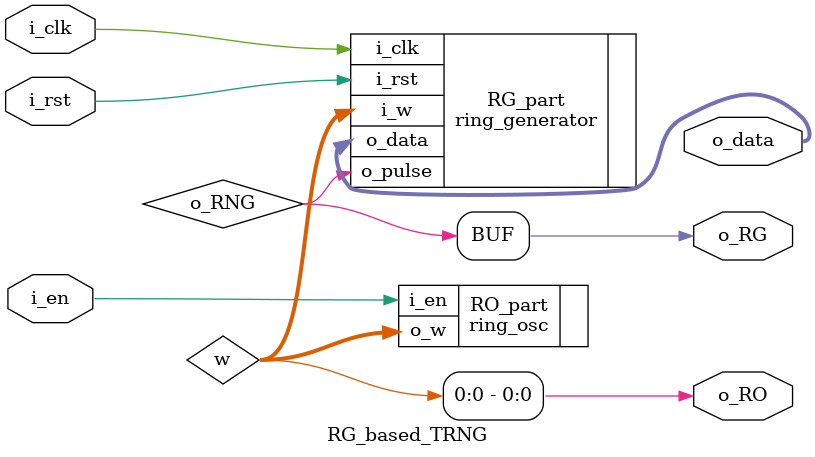
<source format=v>

(* dont_touch = "yes"*)
module RG_based_TRNG#
	(
		parameter NO_INVs = 11      // Degree polynominal		
	)(
		
		input i_clk,
		input i_rst, 
		input i_en,
		output o_RO,
		output o_RG,
		output [31:0] o_data
	);
	
	(* dont_touch = "yes"*) wire [NO_INVs-1:0]w;
	(* dont_touch = "yes"*) wire o_RNG;
	
	// ring_osc part
	ring_osc #(NO_INVs) RO_part(
		.i_en(i_en),
		.o_w(w));
	
	// ring_generator part
	ring_generator RG_part(
		.i_clk(i_clk), 
		.i_rst(i_rst), 
		.i_w(w), 
		.o_pulse(o_RNG),
		.o_data(o_data));	
	
	/* output */
	assign o_RO = w[0];
	assign o_RG = o_RNG;
endmodule

</source>
